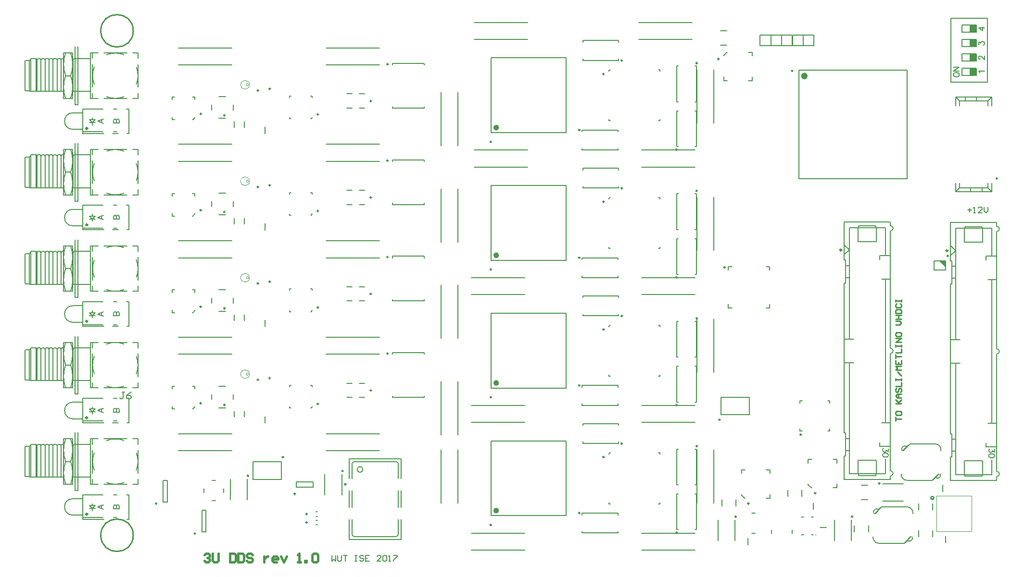
<source format=gto>
G04 Layer_Color=65535*
%FSLAX25Y25*%
%MOIN*%
G70*
G01*
G75*
%ADD33R,0.05000X0.05000*%
%ADD85C,0.00500*%
%ADD86C,0.01181*%
%ADD88C,0.00800*%
%ADD89C,0.01000*%
%ADD93C,0.00984*%
%ADD94C,0.00787*%
%ADD118C,0.01969*%
%ADD128C,0.00394*%
%ADD129C,0.02362*%
%ADD130C,0.00591*%
%ADD131C,0.01575*%
D33*
X607146Y373248D02*
D03*
Y363248D02*
D03*
X607146Y353248D02*
D03*
Y343248D02*
D03*
D85*
X548542Y81768D02*
Y79673D01*
X547019Y80816D01*
Y80244D01*
X546829Y79864D01*
X546638Y79673D01*
X546067Y79483D01*
X545686D01*
X545115Y79673D01*
X544734Y80054D01*
X544543Y80625D01*
Y81196D01*
X544734Y81768D01*
X544924Y81958D01*
X545305Y82149D01*
X548542Y77445D02*
X548352Y78016D01*
X547781Y78397D01*
X546829Y78588D01*
X546257D01*
X545305Y78397D01*
X544734Y78016D01*
X544543Y77445D01*
Y77064D01*
X544734Y76493D01*
X545305Y76112D01*
X546257Y75921D01*
X546829D01*
X547781Y76112D01*
X548352Y76493D01*
X548542Y77064D01*
Y77445D01*
X622177Y81332D02*
Y79237D01*
X620653Y80380D01*
Y79808D01*
X620463Y79427D01*
X620272Y79237D01*
X619701Y79047D01*
X619320D01*
X618749Y79237D01*
X618368Y79618D01*
X618178Y80189D01*
Y80761D01*
X618368Y81332D01*
X618558Y81522D01*
X618939Y81713D01*
X622177Y77009D02*
X621986Y77580D01*
X621415Y77961D01*
X620463Y78152D01*
X619891D01*
X618939Y77961D01*
X618368Y77580D01*
X618178Y77009D01*
Y76628D01*
X618368Y76057D01*
X618939Y75676D01*
X619891Y75485D01*
X620463D01*
X621415Y75676D01*
X621986Y76057D01*
X622177Y76628D01*
Y77009D01*
D86*
X-6445Y237118D02*
G03*
X-6445Y237118I-591J0D01*
G01*
Y304047D02*
G03*
X-6445Y304047I-591J0D01*
G01*
X516134Y219649D02*
G03*
X516134Y219649I-591J0D01*
G01*
X589768Y219213D02*
G03*
X589768Y219213I-591J0D01*
G01*
X-6445Y103260D02*
G03*
X-6445Y103260I-591J0D01*
G01*
Y36331D02*
G03*
X-6445Y36331I-591J0D01*
G01*
Y170189D02*
G03*
X-6445Y170189I-591J0D01*
G01*
D88*
X603543Y247353D02*
X606209D01*
X604876Y248686D02*
Y246020D01*
X607542Y245354D02*
X608875D01*
X608209D01*
Y249352D01*
X607542Y248686D01*
X613540Y245354D02*
X610874D01*
X613540Y248019D01*
Y248686D01*
X612874Y249352D01*
X611541D01*
X610874Y248686D01*
X614873Y249352D02*
Y246686D01*
X616206Y245354D01*
X617539Y246686D01*
Y249352D01*
X162843Y7652D02*
Y3653D01*
X164176Y4986D01*
X165509Y3653D01*
Y7652D01*
X166842D02*
Y4320D01*
X167508Y3653D01*
X168841D01*
X169508Y4320D01*
Y7652D01*
X170841D02*
X173506D01*
X172174D01*
Y3653D01*
X178838Y7652D02*
X180171D01*
X179505D01*
Y3653D01*
X178838D01*
X180171D01*
X184836Y6986D02*
X184170Y7652D01*
X182837D01*
X182170Y6986D01*
Y6319D01*
X182837Y5653D01*
X184170D01*
X184836Y4986D01*
Y4320D01*
X184170Y3653D01*
X182837D01*
X182170Y4320D01*
X188835Y7652D02*
X186169D01*
Y3653D01*
X188835D01*
X186169Y5653D02*
X187502D01*
X196832Y3653D02*
X194167D01*
X196832Y6319D01*
Y6986D01*
X196166Y7652D01*
X194833D01*
X194167Y6986D01*
X198165D02*
X198832Y7652D01*
X200165D01*
X200831Y6986D01*
Y4320D01*
X200165Y3653D01*
X198832D01*
X198165Y4320D01*
Y6986D01*
X202164Y3653D02*
X203497D01*
X202830D01*
Y7652D01*
X202164Y6986D01*
X205496Y7652D02*
X208162D01*
Y6986D01*
X205496Y4320D01*
Y3653D01*
D89*
X25250Y21700D02*
G03*
X25250Y21700I-11250J0D01*
G01*
Y371700D02*
G03*
X25250Y371700I-11250J0D01*
G01*
X580055Y47624D02*
G03*
X580055Y47624I-1000J0D01*
G01*
X553482Y100984D02*
Y103650D01*
Y102317D01*
X557480D01*
X553482Y106982D02*
Y105649D01*
X554148Y104983D01*
X556814D01*
X557480Y105649D01*
Y106982D01*
X556814Y107649D01*
X554148D01*
X553482Y106982D01*
Y112980D02*
X557480D01*
X556147D01*
X553482Y115646D01*
X555481Y113647D01*
X557480Y115646D01*
Y116979D02*
X554814D01*
X553482Y118312D01*
X554814Y119645D01*
X557480D01*
X555481D01*
Y116979D01*
X554148Y123644D02*
X553482Y122977D01*
Y121644D01*
X554148Y120978D01*
X554814D01*
X555481Y121644D01*
Y122977D01*
X556147Y123644D01*
X556814D01*
X557480Y122977D01*
Y121644D01*
X556814Y120978D01*
X553482Y124977D02*
X557480D01*
Y127642D01*
X553482Y128975D02*
Y130308D01*
Y129642D01*
X557480D01*
Y128975D01*
Y130308D01*
Y132308D02*
X554814Y134973D01*
X557480Y136306D02*
X553482D01*
X554814Y137639D01*
X553482Y138972D01*
X557480D01*
X553482Y142971D02*
Y140305D01*
X557480D01*
Y142971D01*
X555481Y140305D02*
Y141638D01*
X553482Y144304D02*
Y146969D01*
Y145636D01*
X557480D01*
X553482Y148302D02*
X557480D01*
Y150968D01*
X553482Y152301D02*
Y153634D01*
Y152968D01*
X557480D01*
Y152301D01*
Y153634D01*
Y155633D02*
X553482D01*
X557480Y158299D01*
X553482D01*
Y161631D02*
Y160299D01*
X554148Y159632D01*
X556814D01*
X557480Y160299D01*
Y161631D01*
X556814Y162298D01*
X554148D01*
X553482Y161631D01*
Y167629D02*
X556147D01*
X557480Y168962D01*
X556147Y170295D01*
X553482D01*
Y171628D02*
X557480D01*
X555481D01*
Y174294D01*
X553482D01*
X557480D01*
X553482Y175627D02*
X557480D01*
Y177626D01*
X556814Y178293D01*
X554148D01*
X553482Y177626D01*
Y175627D01*
X554148Y182291D02*
X553482Y181625D01*
Y180292D01*
X554148Y179625D01*
X556814D01*
X557480Y180292D01*
Y181625D01*
X556814Y182291D01*
X553482Y183624D02*
Y184957D01*
Y184291D01*
X557480D01*
Y183624D01*
Y184957D01*
D93*
X334822Y37119D02*
G03*
X334822Y37119I-492J0D01*
G01*
X334822Y125702D02*
G03*
X334822Y125702I-492J0D01*
G01*
X334822Y302867D02*
G03*
X334822Y302867I-492J0D01*
G01*
X273524Y294695D02*
G03*
X273524Y294695I-492J0D01*
G01*
X351634Y75994D02*
G03*
X351634Y75994I-492J0D01*
G01*
Y164577D02*
G03*
X351634Y164577I-492J0D01*
G01*
Y341742D02*
G03*
X351634Y341742I-492J0D01*
G01*
X435532Y207579D02*
G03*
X435532Y207579I-492J0D01*
G01*
X120276Y130709D02*
G03*
X120276Y130709I-492J0D01*
G01*
Y197638D02*
G03*
X120276Y197638I-492J0D01*
G01*
Y264567D02*
G03*
X120276Y264567I-492J0D01*
G01*
Y331496D02*
G03*
X120276Y331496I-492J0D01*
G01*
X416221Y83563D02*
G03*
X416221Y83563I-492J0D01*
G01*
Y172146D02*
G03*
X416221Y172146I-492J0D01*
G01*
Y349311D02*
G03*
X416221Y349311I-492J0D01*
G01*
Y260728D02*
G03*
X416221Y260728I-492J0D01*
G01*
X172736Y57087D02*
G03*
X172736Y57087I-492J0D01*
G01*
X273524Y28947D02*
G03*
X273524Y28947I-492J0D01*
G01*
Y117530D02*
G03*
X273524Y117530I-492J0D01*
G01*
Y206113D02*
G03*
X273524Y206113I-492J0D01*
G01*
X201909Y147784D02*
G03*
X201909Y147784I-492J0D01*
G01*
Y214713D02*
G03*
X201909Y214713I-492J0D01*
G01*
Y281642D02*
G03*
X201909Y281642I-492J0D01*
G01*
X88878Y112205D02*
G03*
X88878Y112205I-492J0D01*
G01*
Y179134D02*
G03*
X88878Y179134I-492J0D01*
G01*
Y246063D02*
G03*
X88878Y246063I-492J0D01*
G01*
X112106Y129528D02*
G03*
X112106Y129528I-492J0D01*
G01*
Y196457D02*
G03*
X112106Y196457I-492J0D01*
G01*
Y263386D02*
G03*
X112106Y263386I-492J0D01*
G01*
X153642Y112894D02*
G03*
X153642Y112894I-492J0D01*
G01*
Y179823D02*
G03*
X153642Y179823I-492J0D01*
G01*
Y246752D02*
G03*
X153642Y246752I-492J0D01*
G01*
X190354Y122244D02*
G03*
X190354Y122244I-492J0D01*
G01*
Y189173D02*
G03*
X190354Y189173I-492J0D01*
G01*
Y256102D02*
G03*
X190354Y256102I-492J0D01*
G01*
X542776Y57687D02*
G03*
X542776Y57687I-492J0D01*
G01*
X201909Y348571D02*
G03*
X201909Y348571I-492J0D01*
G01*
X88878Y312992D02*
G03*
X88878Y312992I-492J0D01*
G01*
X112106Y330315D02*
G03*
X112106Y330315I-492J0D01*
G01*
X153642Y313681D02*
G03*
X153642Y313681I-492J0D01*
G01*
X190354Y323031D02*
G03*
X190354Y323031I-492J0D01*
G01*
X41625Y43740D02*
G03*
X41625Y43740I-492J0D01*
G01*
X624169Y269350D02*
G03*
X624169Y269350I-492J0D01*
G01*
X364252Y351083D02*
G03*
X364252Y351083I-492J0D01*
G01*
Y262500D02*
G03*
X364252Y262500I-492J0D01*
G01*
Y173917D02*
G03*
X364252Y173917I-492J0D01*
G01*
Y85335D02*
G03*
X364252Y85335I-492J0D01*
G01*
X334822Y302867D02*
G03*
X334822Y302867I-492J0D01*
G01*
X334822Y214284D02*
G03*
X334822Y214284I-492J0D01*
G01*
Y125702D02*
G03*
X334822Y125702I-492J0D01*
G01*
X334822Y37119D02*
G03*
X334822Y37119I-492J0D01*
G01*
X402244Y289272D02*
G03*
X402244Y289272I-492J0D01*
G01*
Y200689D02*
G03*
X402244Y200689I-492J0D01*
G01*
Y112106D02*
G03*
X402244Y112106I-492J0D01*
G01*
X402244Y23524D02*
G03*
X402244Y23524I-492J0D01*
G01*
X452015Y43736D02*
G03*
X452015Y43736I-492J0D01*
G01*
X498275Y50953D02*
G03*
X498275Y50953I-492J0D01*
G01*
X432008Y101929D02*
G03*
X432008Y101929I-492J0D01*
G01*
X431201Y352165D02*
G03*
X431201Y352165I-492J0D01*
G01*
X137697Y50479D02*
G03*
X137697Y50479I-492J0D01*
G01*
X129449Y75929D02*
G03*
X129449Y75929I-492J0D01*
G01*
X72455Y314116D02*
G03*
X72455Y314116I-492J0D01*
G01*
Y247187D02*
G03*
X72455Y247187I-492J0D01*
G01*
Y180258D02*
G03*
X72455Y180258I-492J0D01*
G01*
Y113329D02*
G03*
X72455Y113329I-492J0D01*
G01*
X145787Y30532D02*
G03*
X145787Y30532I-492J0D01*
G01*
Y36438D02*
G03*
X145787Y36438I-492J0D01*
G01*
X488248Y91546D02*
G03*
X488248Y91546I-492J0D01*
G01*
X482382Y343898D02*
G03*
X482382Y343898I-492J0D01*
G01*
X68366Y22953D02*
G03*
X68366Y22953I-492J0D01*
G01*
X523917Y34646D02*
G03*
X523917Y34646I-492J0D01*
G01*
X170690Y66339D02*
G03*
X170690Y66339I-492J0D01*
G01*
X105217Y62992D02*
G03*
X105217Y62992I-492J0D01*
G01*
X443209Y34646D02*
G03*
X443209Y34646I-492J0D01*
G01*
X351634Y253160D02*
G03*
X351634Y253160I-492J0D01*
G01*
X590216Y215561D02*
G03*
X590216Y215561I-492J0D01*
G01*
D94*
X6833Y192117D02*
G03*
X18758Y192117I5962J14576D01*
G01*
X-18139Y206693D02*
G03*
X-18139Y222441I-21336J7874D01*
G01*
X-21625D02*
G03*
X-21625Y206693I21336J-7874D01*
G01*
D02*
G03*
X-21625Y190945I21336J-7874D01*
G01*
X-18139D02*
G03*
X-18139Y206693I-21336J7874D01*
G01*
X-1780Y212655D02*
G03*
X-1780Y200730I14576J-5962D01*
G01*
X18758Y221269D02*
G03*
X6833Y221269I-5962J-14576D01*
G01*
X27371Y200730D02*
G03*
X27371Y212655I-14576J5962D01*
G01*
X6833Y259046D02*
G03*
X18758Y259046I5962J14576D01*
G01*
X-18139Y273622D02*
G03*
X-18139Y289370I-21336J7874D01*
G01*
X-21625D02*
G03*
X-21625Y273622I21336J-7874D01*
G01*
D02*
G03*
X-21625Y257874I21336J-7874D01*
G01*
X-18139D02*
G03*
X-18139Y273622I-21336J7874D01*
G01*
X-1780Y279585D02*
G03*
X-1780Y267660I14576J-5962D01*
G01*
X18758Y288198D02*
G03*
X6833Y288198I-5962J-14576D01*
G01*
X27371Y267660D02*
G03*
X27371Y279585I-14576J5962D01*
G01*
X6833Y325975D02*
G03*
X18758Y325975I5962J14576D01*
G01*
X-18139Y340551D02*
G03*
X-18139Y356299I-21336J7874D01*
G01*
X-21625D02*
G03*
X-21625Y340551I21336J-7874D01*
G01*
D02*
G03*
X-21625Y324803I21336J-7874D01*
G01*
X-18139D02*
G03*
X-18139Y340551I-21336J7874D01*
G01*
X-1780Y346514D02*
G03*
X-1780Y334589I14576J-5962D01*
G01*
X18758Y355127D02*
G03*
X6833Y355127I-5962J-14576D01*
G01*
X27371Y334589D02*
G03*
X27371Y346514I-14576J5962D01*
G01*
X6833Y58259D02*
G03*
X18758Y58259I5962J14576D01*
G01*
X-18139Y72835D02*
G03*
X-18139Y88583I-21336J7874D01*
G01*
X-21625D02*
G03*
X-21625Y72835I21336J-7874D01*
G01*
D02*
G03*
X-21625Y57087I21336J-7874D01*
G01*
X-18139D02*
G03*
X-18139Y72835I-21336J7874D01*
G01*
X-1780Y78797D02*
G03*
X-1780Y66872I14576J-5962D01*
G01*
X18758Y87410D02*
G03*
X6833Y87410I-5962J-14576D01*
G01*
X27371Y66872D02*
G03*
X27371Y78797I-14576J5962D01*
G01*
Y133801D02*
G03*
X27371Y145726I-14576J5962D01*
G01*
X18758Y154340D02*
G03*
X6833Y154340I-5962J-14576D01*
G01*
X-1780Y145726D02*
G03*
X-1780Y133801I14576J-5962D01*
G01*
X-18139Y124016D02*
G03*
X-18139Y139764I-21336J7874D01*
G01*
X-21625D02*
G03*
X-21625Y124016I21336J-7874D01*
G01*
Y155512D02*
G03*
X-21625Y139764I21336J-7874D01*
G01*
X-18139D02*
G03*
X-18139Y155512I-21336J7874D01*
G01*
X6833Y125188D02*
G03*
X18758Y125188I5962J14576D01*
G01*
X184370Y67323D02*
G03*
X184370Y67323I-1969J0D01*
G01*
X208937Y71260D02*
G03*
X207362Y72835I-1575J0D01*
G01*
Y20866D02*
G03*
X208937Y22441I0J1575D01*
G01*
X176890D02*
G03*
X178465Y20866I1575J0D01*
G01*
Y72835D02*
G03*
X176890Y71260I0J-1575D01*
G01*
X-16634Y247835D02*
G03*
X-16634Y236417I0J-5709D01*
G01*
Y314764D02*
G03*
X-16634Y303346I0J-5709D01*
G01*
X557480Y63779D02*
G03*
X561417Y59842I3937J0D01*
G01*
X585039Y81102D02*
G03*
X581102Y85039I-3937J0D01*
G01*
X581227Y61683D02*
G03*
X584538Y64370I1385J1677D01*
G01*
X561293Y83199D02*
G03*
X557982Y80512I-1385J-1677D01*
G01*
X537953Y20089D02*
G03*
X541890Y16152I3937J0D01*
G01*
X565512Y37412D02*
G03*
X561575Y41349I-3937J0D01*
G01*
X561699Y17992D02*
G03*
X565010Y20680I1385J1677D01*
G01*
X541765Y39509D02*
G03*
X538454Y36821I-1385J-1677D01*
G01*
X550043Y62849D02*
G03*
X550043Y66448I0J1800D01*
G01*
Y147849D02*
G03*
X550043Y151449I0J1800D01*
G01*
Y232849D02*
G03*
X550043Y236449I0J1800D01*
G01*
X623677Y232413D02*
G03*
X623677Y236013I0J1800D01*
G01*
Y147413D02*
G03*
X623677Y151013I0J1800D01*
G01*
Y62413D02*
G03*
X623677Y66013I0J1800D01*
G01*
X498425Y22047D02*
G03*
X498425Y22047I-197J0D01*
G01*
X-16634Y113976D02*
G03*
X-16634Y102559I0J-5709D01*
G01*
Y47047D02*
G03*
X-16634Y35630I0J-5709D01*
G01*
Y180905D02*
G03*
X-16634Y169488I0J-5709D01*
G01*
X361200Y23241D02*
Y24422D01*
Y35839D02*
Y37020D01*
X336397Y35839D02*
Y37020D01*
Y23241D02*
Y24422D01*
Y23241D02*
X361200D01*
X336397Y37020D02*
X361200D01*
X361200Y111824D02*
Y113005D01*
Y124422D02*
Y125603D01*
X336397Y124422D02*
Y125603D01*
Y111824D02*
Y113005D01*
Y111824D02*
X361200D01*
X336397Y125603D02*
X361200D01*
X361200Y288989D02*
Y290170D01*
Y301587D02*
Y302768D01*
X336397Y301587D02*
Y302768D01*
Y288989D02*
Y290170D01*
Y288989D02*
X361200D01*
X336397Y302768D02*
X361200D01*
X-13189Y186614D02*
Y226772D01*
X-15157Y186614D02*
Y226772D01*
Y186614D02*
X-13189D01*
X-16732Y190945D02*
Y222441D01*
X-23031D02*
X-16732D01*
X-23031Y190945D02*
Y222441D01*
X-21625Y206693D02*
X-18139D01*
X-4528Y195866D02*
Y222441D01*
X-49803Y196595D02*
Y216791D01*
X-10827Y195866D02*
X-4528D01*
X-46654Y196163D02*
Y217223D01*
X-45895Y195866D02*
Y218701D01*
X-38647Y195866D02*
Y217815D01*
X-33092Y195866D02*
Y217815D01*
X-27536Y195866D02*
Y217815D01*
X-24759Y195866D02*
Y217815D01*
X-30314Y195866D02*
Y217815D01*
X-35870Y195866D02*
Y217815D01*
X-16425Y195866D02*
Y217815D01*
X-41425Y195866D02*
Y217815D01*
X-49803Y216791D02*
X-49409Y217185D01*
X-49803Y196595D02*
X-49409Y196201D01*
X-46654D01*
X-49409Y217185D02*
X-46654D01*
X-15036Y218701D02*
X-4921D01*
X-46654Y217223D02*
X-45895Y217943D01*
X-46654Y196163D02*
X-46341Y195866D01*
X-38647Y217815D02*
X-37857Y218701D01*
X-39438D02*
X-38647Y217815D01*
X-33092D02*
X-32302Y218701D01*
X-33882D02*
X-33092Y217815D01*
X-27536D02*
X-26746Y218701D01*
X-28327D02*
X-27536Y217815D01*
X-24759D02*
X-23968Y218701D01*
X-25549D02*
X-24759Y217815D01*
X-30314D02*
X-29524Y218701D01*
X-31105D02*
X-30314Y217815D01*
X-35870D02*
X-35079Y218701D01*
X-36660D02*
X-35870Y217815D01*
X-16425D02*
X-15635Y218701D01*
X-16732Y218159D02*
X-16425Y217815D01*
X-41425D02*
X-40635Y218701D01*
X-42216D02*
X-41425Y217815D01*
X-45895Y218701D02*
X-42216D01*
X-15635D02*
X-14438D01*
X-37857D02*
X-36660D01*
X-32302D02*
X-31105D01*
X-26746D02*
X-25549D01*
X-23968D02*
X-23031D01*
X-29524D02*
X-28327D01*
X-35079D02*
X-33882D01*
X-40635D02*
X-39438D01*
X-42216Y195866D02*
X-42216Y218701D01*
X-46341Y195866D02*
X-23031D01*
Y190945D02*
X-16732D01*
Y195866D02*
X-10827D01*
X24844Y190945D02*
X28543D01*
X-2953D02*
Y194644D01*
X-4528Y222441D02*
X746Y222441D01*
X28543Y218742D02*
Y222441D01*
X-4528Y190945D02*
Y195866D01*
X4844Y222441D02*
X20746Y222441D01*
X24844D02*
X28543D01*
Y190945D02*
Y194644D01*
Y198742D02*
Y214644D01*
X-4528Y190945D02*
X746D01*
X4844D02*
X20746D01*
X-2953Y198742D02*
Y214644D01*
Y218742D02*
Y222441D01*
X-13189Y253543D02*
Y293701D01*
X-15157Y253543D02*
Y293701D01*
Y253543D02*
X-13189D01*
X-16732Y257874D02*
Y289370D01*
X-23031D02*
X-16732D01*
X-23031Y257874D02*
Y289370D01*
X-21625Y273622D02*
X-18139D01*
X-4528Y262795D02*
Y289370D01*
X-49803Y263524D02*
Y283720D01*
X-10827Y262795D02*
X-4528D01*
X-46654Y263092D02*
Y284152D01*
X-45895Y262795D02*
Y285630D01*
X-38647Y262795D02*
Y284744D01*
X-33092Y262795D02*
Y284744D01*
X-27536Y262795D02*
Y284744D01*
X-24759Y262795D02*
Y284744D01*
X-30314Y262795D02*
Y284744D01*
X-35870Y262795D02*
Y284744D01*
X-16425Y262795D02*
Y284744D01*
X-41425Y262795D02*
Y284744D01*
X-49803Y283720D02*
X-49409Y284114D01*
X-49803Y263524D02*
X-49409Y263130D01*
X-46654D01*
X-49409Y284114D02*
X-46654D01*
X-15036Y285630D02*
X-4921D01*
X-46654Y284152D02*
X-45895Y284873D01*
X-46654Y263092D02*
X-46341Y262795D01*
X-38647Y284744D02*
X-37857Y285630D01*
X-39438D02*
X-38647Y284744D01*
X-33092D02*
X-32302Y285630D01*
X-33882D02*
X-33092Y284744D01*
X-27536D02*
X-26746Y285630D01*
X-28327D02*
X-27536Y284744D01*
X-24759D02*
X-23968Y285630D01*
X-25549D02*
X-24759Y284744D01*
X-30314D02*
X-29524Y285630D01*
X-31105D02*
X-30314Y284744D01*
X-35870D02*
X-35079Y285630D01*
X-36660D02*
X-35870Y284744D01*
X-16425D02*
X-15635Y285630D01*
X-16732Y285088D02*
X-16425Y284744D01*
X-41425D02*
X-40635Y285630D01*
X-42216D02*
X-41425Y284744D01*
X-45895Y285630D02*
X-42216D01*
X-15635D02*
X-14438D01*
X-37857D02*
X-36660D01*
X-32302D02*
X-31105D01*
X-26746D02*
X-25549D01*
X-23968D02*
X-23031D01*
X-29524D02*
X-28327D01*
X-35079D02*
X-33882D01*
X-40635D02*
X-39438D01*
X-42216Y262795D02*
X-42216Y285630D01*
X-46341Y262795D02*
X-23031D01*
Y257874D02*
X-16732D01*
Y262795D02*
X-10827D01*
X24844Y257874D02*
X28543D01*
X-2953D02*
Y261573D01*
X-4528Y289370D02*
X746Y289370D01*
X28543Y285671D02*
Y289370D01*
X-4528Y257874D02*
Y262795D01*
X4844Y289370D02*
X20746Y289370D01*
X24844D02*
X28543D01*
Y257874D02*
Y261573D01*
Y265671D02*
Y281573D01*
X-4528Y257874D02*
X746D01*
X4844D02*
X20746D01*
X-2953Y265671D02*
Y281573D01*
Y285671D02*
Y289370D01*
X-13189Y320472D02*
Y360630D01*
X-15157Y320472D02*
Y360630D01*
Y320472D02*
X-13189D01*
X-16732Y324803D02*
Y356299D01*
X-23031D02*
X-16732D01*
X-23031Y324803D02*
Y356299D01*
X-21625Y340551D02*
X-18139D01*
X-4528Y329724D02*
Y356299D01*
X-49803Y330453D02*
Y350650D01*
X-10827Y329724D02*
X-4528D01*
X-46654Y330021D02*
Y351081D01*
X-45895Y329724D02*
Y352559D01*
X-38647Y329724D02*
Y351673D01*
X-33092Y329724D02*
Y351673D01*
X-27536Y329724D02*
Y351673D01*
X-24759Y329724D02*
Y351673D01*
X-30314Y329724D02*
Y351673D01*
X-35870Y329724D02*
Y351673D01*
X-16425Y329724D02*
Y351673D01*
X-41425Y329724D02*
Y351673D01*
X-49803Y350650D02*
X-49409Y351043D01*
X-49803Y330453D02*
X-49409Y330059D01*
X-46654D01*
X-49409Y351043D02*
X-46654D01*
X-15036Y352559D02*
X-4921D01*
X-46654Y351081D02*
X-45895Y351802D01*
X-46654Y330021D02*
X-46341Y329724D01*
X-38647Y351673D02*
X-37857Y352559D01*
X-39438D02*
X-38647Y351673D01*
X-33092D02*
X-32302Y352559D01*
X-33882D02*
X-33092Y351673D01*
X-27536D02*
X-26746Y352559D01*
X-28327D02*
X-27536Y351673D01*
X-24759D02*
X-23968Y352559D01*
X-25549D02*
X-24759Y351673D01*
X-30314D02*
X-29524Y352559D01*
X-31105D02*
X-30314Y351673D01*
X-35870D02*
X-35079Y352559D01*
X-36660D02*
X-35870Y351673D01*
X-16425D02*
X-15635Y352559D01*
X-16732Y352017D02*
X-16425Y351673D01*
X-41425D02*
X-40635Y352559D01*
X-42216D02*
X-41425Y351673D01*
X-45895Y352559D02*
X-42216D01*
X-15635D02*
X-14438D01*
X-37857D02*
X-36660D01*
X-32302D02*
X-31105D01*
X-26746D02*
X-25549D01*
X-23968D02*
X-23031D01*
X-29524D02*
X-28327D01*
X-35079D02*
X-33882D01*
X-40635D02*
X-39438D01*
X-42216Y329724D02*
X-42216Y352559D01*
X-46341Y329724D02*
X-23031D01*
Y324803D02*
X-16732D01*
Y329724D02*
X-10827D01*
X24844Y324803D02*
X28543D01*
X-2953D02*
Y328502D01*
X-4528Y356299D02*
X746Y356299D01*
X28543Y352600D02*
Y356299D01*
X-4528Y324803D02*
Y329724D01*
X4844Y356299D02*
X20746Y356299D01*
X24844D02*
X28543D01*
Y324803D02*
Y328502D01*
Y332600D02*
Y348502D01*
X-4528Y324803D02*
X746D01*
X4844D02*
X20746D01*
X-2953Y332600D02*
Y348502D01*
Y352600D02*
Y356299D01*
X-13189Y52756D02*
Y92913D01*
X-15157Y52756D02*
Y92913D01*
Y52756D02*
X-13189D01*
X-16732Y57087D02*
Y88583D01*
X-23031D02*
X-16732D01*
X-23031Y57087D02*
Y88583D01*
X-21625Y72835D02*
X-18139D01*
X-4528Y62008D02*
Y88583D01*
X-49803Y62736D02*
Y82933D01*
X-10827Y62008D02*
X-4528D01*
X-46654Y62304D02*
Y83365D01*
X-45895Y62008D02*
Y84842D01*
X-38647Y62008D02*
Y83957D01*
X-33092Y62008D02*
Y83957D01*
X-27536Y62008D02*
Y83957D01*
X-24759Y62008D02*
Y83957D01*
X-30314Y62008D02*
Y83957D01*
X-35870Y62008D02*
Y83957D01*
X-16425Y62008D02*
Y83957D01*
X-41425Y62008D02*
Y83957D01*
X-49803Y82933D02*
X-49409Y83327D01*
X-49803Y62736D02*
X-49409Y62343D01*
X-46654D01*
X-49409Y83327D02*
X-46654D01*
X-15036Y84842D02*
X-4921D01*
X-46654Y83365D02*
X-45895Y84085D01*
X-46654Y62304D02*
X-46341Y62008D01*
X-38647Y83957D02*
X-37857Y84842D01*
X-39438D02*
X-38647Y83957D01*
X-33092D02*
X-32302Y84842D01*
X-33882D02*
X-33092Y83957D01*
X-27536D02*
X-26746Y84842D01*
X-28327D02*
X-27536Y83957D01*
X-24759D02*
X-23968Y84842D01*
X-25549D02*
X-24759Y83957D01*
X-30314D02*
X-29524Y84842D01*
X-31105D02*
X-30314Y83957D01*
X-35870D02*
X-35079Y84842D01*
X-36660D02*
X-35870Y83957D01*
X-16425D02*
X-15635Y84842D01*
X-16732Y84301D02*
X-16425Y83957D01*
X-41425D02*
X-40635Y84842D01*
X-42216D02*
X-41425Y83957D01*
X-45895Y84842D02*
X-42216D01*
X-15635D02*
X-14438D01*
X-37857D02*
X-36660D01*
X-32302D02*
X-31105D01*
X-26746D02*
X-25549D01*
X-23968D02*
X-23031D01*
X-29524D02*
X-28327D01*
X-35079D02*
X-33882D01*
X-40635D02*
X-39438D01*
X-42216Y62008D02*
X-42216Y84842D01*
X-46341Y62008D02*
X-23031D01*
Y57087D02*
X-16732D01*
Y62008D02*
X-10827D01*
X24844Y57087D02*
X28543D01*
X-2953D02*
Y60786D01*
X-4528Y88583D02*
X746Y88583D01*
X28543Y84884D02*
Y88583D01*
X-4528Y57087D02*
Y62008D01*
X4844Y88583D02*
X20746Y88583D01*
X24844D02*
X28543D01*
Y57087D02*
Y60786D01*
Y64884D02*
Y80786D01*
X-4528Y57087D02*
X746D01*
X4844D02*
X20746D01*
X-2953Y64884D02*
Y80786D01*
Y84884D02*
Y88583D01*
Y151813D02*
Y155512D01*
Y131813D02*
Y147715D01*
X4844Y124016D02*
X20746D01*
X-4528D02*
X746D01*
X28543Y131813D02*
Y147715D01*
Y124016D02*
Y127715D01*
X24844Y155512D02*
X28543D01*
X4844Y155512D02*
X20746Y155512D01*
X-4528Y124016D02*
Y128937D01*
X28543Y151813D02*
Y155512D01*
X-4528Y155512D02*
X746Y155512D01*
X-2953Y124016D02*
Y127715D01*
X24844Y124016D02*
X28543D01*
X-16732Y128937D02*
X-10827D01*
X-23031Y124016D02*
X-16732D01*
X-46341Y128937D02*
X-23031D01*
X-42216D02*
X-42216Y151772D01*
X-40635D02*
X-39438D01*
X-35079D02*
X-33882D01*
X-29524D02*
X-28327D01*
X-23968D02*
X-23031D01*
X-26746D02*
X-25549D01*
X-32302D02*
X-31105D01*
X-37857D02*
X-36660D01*
X-15635D02*
X-14438D01*
X-45895D02*
X-42216D01*
X-41425Y150886D01*
X-40635Y151772D01*
X-16732Y151230D02*
X-16425Y150886D01*
X-15635Y151772D01*
X-36660D02*
X-35870Y150886D01*
X-35079Y151772D01*
X-31105D02*
X-30314Y150886D01*
X-29524Y151772D01*
X-25549D02*
X-24759Y150886D01*
X-23968Y151772D01*
X-28327D02*
X-27536Y150886D01*
X-26746Y151772D01*
X-33882D02*
X-33092Y150886D01*
X-32302Y151772D01*
X-39438D02*
X-38647Y150886D01*
X-37857Y151772D01*
X-46654Y129234D02*
X-46341Y128937D01*
X-46654Y150294D02*
X-45895Y151014D01*
X-15036Y151772D02*
X-4921D01*
X-49409Y150256D02*
X-46654D01*
X-49409Y129272D02*
X-46654D01*
X-49803Y129665D02*
X-49409Y129272D01*
X-49803Y149862D02*
X-49409Y150256D01*
X-41425Y128937D02*
Y150886D01*
X-16425Y128937D02*
Y150886D01*
X-35870Y128937D02*
Y150886D01*
X-30314Y128937D02*
Y150886D01*
X-24759Y128937D02*
Y150886D01*
X-27536Y128937D02*
Y150886D01*
X-33092Y128937D02*
Y150886D01*
X-38647Y128937D02*
Y150886D01*
X-45895Y128937D02*
Y151772D01*
X-46654Y129234D02*
Y150294D01*
X-10827Y128937D02*
X-4528D01*
X-49803Y129665D02*
Y149862D01*
X-4528Y128937D02*
Y155512D01*
X-21625Y139764D02*
X-18139D01*
X-23031Y124016D02*
Y155512D01*
X-16732D01*
Y124016D02*
Y155512D01*
X-15157Y119685D02*
X-13189D01*
X-15157D02*
Y159843D01*
X-13189Y119685D02*
Y159843D01*
X325197Y300994D02*
Y352963D01*
X273228D02*
X325197D01*
X273228Y300994D02*
Y352963D01*
Y300994D02*
X325197D01*
X354882Y77963D02*
Y78160D01*
X355669Y78947D01*
X355866D01*
X390315Y77963D02*
Y78947D01*
X389331D02*
X390315D01*
X354882Y43514D02*
Y44498D01*
Y43514D02*
X355866D01*
X390315D02*
Y44498D01*
X389331Y43514D02*
X390315D01*
X354882Y166546D02*
Y166743D01*
X355669Y167530D01*
X355866D01*
X390315Y166546D02*
Y167530D01*
X389331D02*
X390315D01*
X354882Y132097D02*
Y133081D01*
Y132097D02*
X355866D01*
X390315D02*
Y133081D01*
X389331Y132097D02*
X390315D01*
X354882Y343711D02*
Y343908D01*
X355669Y344695D01*
X355866D01*
X390315Y343711D02*
Y344695D01*
X389331D02*
X390315D01*
X354882Y309262D02*
Y310246D01*
Y309262D02*
X355866D01*
X390315D02*
Y310246D01*
X389331Y309262D02*
X390315D01*
X437598Y205610D02*
Y208169D01*
X440158D01*
X463779D02*
X466339D01*
Y205610D02*
Y208169D01*
Y179429D02*
Y181988D01*
X463779Y179429D02*
X466339D01*
X437598D02*
Y181988D01*
Y179429D02*
X440158D01*
X459705Y361280D02*
Y368642D01*
Y361280D02*
X467067D01*
Y368642D01*
X459705D02*
X467067D01*
X467185Y361280D02*
Y368642D01*
Y361280D02*
X474547D01*
Y368642D01*
X467185D02*
X474547D01*
X474665Y361280D02*
Y368642D01*
Y361280D02*
X482028D01*
Y368642D01*
X474665D02*
X482028D01*
X482146Y361280D02*
Y368642D01*
Y361280D02*
X489508D01*
Y368642D01*
X482146D02*
X489508D01*
X489626Y361280D02*
Y368642D01*
Y361280D02*
X496988D01*
Y368642D01*
X489626D02*
X496988D01*
X415748Y219291D02*
Y256299D01*
X427559Y219291D02*
Y256299D01*
X415748Y134646D02*
Y171654D01*
X427559Y134646D02*
Y171654D01*
X415748Y44095D02*
Y81103D01*
X427559Y44095D02*
Y81103D01*
X401850Y56693D02*
X403031D01*
X414449D02*
X415630D01*
X414449Y81496D02*
X415630D01*
X401850D02*
X403031D01*
X401850Y56693D02*
Y81496D01*
X415630Y56693D02*
Y81496D01*
X401850Y145276D02*
X403031D01*
X414449D02*
X415630D01*
X414449Y170079D02*
X415630D01*
X401850D02*
X403031D01*
X401850Y145276D02*
Y170079D01*
X415630Y145276D02*
Y170079D01*
X401850Y322441D02*
X403031D01*
X414449D02*
X415630D01*
X414449Y347244D02*
X415630D01*
X401850D02*
X403031D01*
X401850Y322441D02*
Y347244D01*
X415630Y322441D02*
Y347244D01*
X401850Y233858D02*
X403031D01*
X414449D02*
X415630D01*
X414449Y258661D02*
X415630D01*
X401850D02*
X403031D01*
X401850Y233858D02*
Y258661D01*
X415630Y233858D02*
Y258661D01*
X176890Y22441D02*
Y32776D01*
X208937Y40925D02*
Y52776D01*
Y60925D02*
Y71260D01*
X176890Y40925D02*
Y52776D01*
X178465Y72835D02*
X207362D01*
X208937Y22441D02*
Y32776D01*
X178465Y20866D02*
X207362D01*
X176890Y60925D02*
Y71260D01*
X210906Y40925D02*
Y52776D01*
Y60925D02*
Y74803D01*
X174921D02*
X210906D01*
X174921Y60925D02*
Y74803D01*
Y40925D02*
Y52776D01*
Y18898D02*
Y32776D01*
Y18898D02*
X210906D01*
Y32776D01*
X-5205Y241126D02*
X-1205D01*
X-3205D02*
X-1205Y243126D01*
X-5205D02*
X-3205Y241126D01*
X-5205Y243126D02*
X-1205D01*
X-3205D02*
Y244626D01*
Y239626D02*
Y241126D01*
X-16634Y236417D02*
X-9705D01*
X-16634Y247835D02*
X-9705D01*
Y234803D02*
X4134D01*
X-9705Y233622D02*
Y250630D01*
X4134D01*
X11614D02*
X13976D01*
X20669D02*
X22295D01*
X-9705Y233622D02*
X4921D01*
X11614Y234803D02*
X13976D01*
X10827Y233622D02*
X14764D01*
X22296Y233622D02*
Y250630D01*
X21063Y233622D02*
X22295D01*
X-5205Y308055D02*
X-1205D01*
X-3205D02*
X-1205Y310055D01*
X-5205D02*
X-3205Y308055D01*
X-5205Y310055D02*
X-1205D01*
X-3205D02*
Y311555D01*
Y306555D02*
Y308055D01*
X-16634Y303346D02*
X-9705D01*
X-16634Y314764D02*
X-9705D01*
Y301732D02*
X4134D01*
X-9705Y300551D02*
Y317559D01*
X4134D01*
X11614D02*
X13976D01*
X20669D02*
X22295D01*
X-9705Y300551D02*
X4921D01*
X11614Y301732D02*
X13976D01*
X10827Y300551D02*
X14764D01*
X22296Y300551D02*
Y317559D01*
X21063Y300551D02*
X22295D01*
X325197Y35247D02*
Y87215D01*
X273228D02*
X325197D01*
X273228Y35247D02*
Y87215D01*
Y35247D02*
X325197D01*
Y123829D02*
Y175798D01*
X273228D02*
X325197D01*
X273228Y123829D02*
Y175798D01*
Y123829D02*
X325197D01*
Y212412D02*
Y264380D01*
X273228D02*
X325197D01*
X273228Y212412D02*
Y264380D01*
Y212412D02*
X325197D01*
X204803Y117331D02*
X226772D01*
X204803Y148315D02*
X226772D01*
Y147252D02*
Y148315D01*
X204803Y147252D02*
Y148315D01*
X226772Y117331D02*
Y118394D01*
X204803Y117331D02*
Y118394D01*
Y184260D02*
X226772D01*
X204803Y215244D02*
X226772D01*
Y214181D02*
Y215244D01*
X204803Y214181D02*
Y215244D01*
X226772Y184260D02*
Y185323D01*
X204803Y184260D02*
Y185323D01*
Y251189D02*
X226772D01*
X204803Y282173D02*
X226772D01*
Y281110D02*
Y282173D01*
X204803Y281110D02*
Y282173D01*
X226772Y251189D02*
Y252252D01*
X204803Y251189D02*
Y252252D01*
X453937Y37205D02*
X456299D01*
X453937Y23031D02*
X456299D01*
X481890D02*
Y25394D01*
X467717Y23031D02*
Y25394D01*
X557480Y63779D02*
Y64370D01*
X561417Y59842D02*
X578937D01*
X585039Y80512D02*
Y81102D01*
X563583Y85039D02*
X581102D01*
X578937Y59842D02*
X583465Y64370D01*
X559055Y80512D02*
X563583Y85039D01*
X580027Y60539D02*
X583858Y64370D01*
X579633Y60539D02*
X580027D01*
X581199Y61711D02*
X581227Y61683D01*
X558661Y80512D02*
X562493Y84343D01*
X562887D01*
X561293Y83199D02*
X561321Y83171D01*
X537953Y20089D02*
Y20680D01*
X541890Y16152D02*
X559410D01*
X565512Y36821D02*
Y37412D01*
X544055Y41349D02*
X561575D01*
X559410Y16152D02*
X563937Y20680D01*
X539528Y36821D02*
X544055Y41349D01*
X560499Y16848D02*
X564331Y20680D01*
X560105Y16848D02*
X560499D01*
X561671Y18020D02*
X561699Y17992D01*
X539134Y36821D02*
X542965Y40653D01*
X543359D01*
X541766Y39509D02*
X541793Y39481D01*
X84685Y110216D02*
X89331D01*
X79508Y115902D02*
Y119524D01*
X84685Y125216D02*
X89331D01*
X94508Y115902D02*
Y119524D01*
X84685Y177146D02*
X89331D01*
X79508Y182831D02*
Y186453D01*
X84685Y192146D02*
X89331D01*
X94508Y182831D02*
Y186453D01*
X84685Y244075D02*
X89331D01*
X79508Y249760D02*
Y253382D01*
X84685Y259075D02*
X89331D01*
X94508Y249760D02*
Y253382D01*
X518043Y60249D02*
X550043D01*
X518043D02*
Y76648D01*
X518943D01*
X518043Y92649D02*
X518943D01*
X518043D02*
Y196649D01*
Y212649D02*
Y239049D01*
X550043D01*
Y236449D02*
Y239049D01*
Y151449D02*
Y232849D01*
Y66448D02*
Y147849D01*
Y60249D02*
Y62849D01*
X542543Y215899D02*
X550043D01*
X542543Y213108D02*
Y215899D01*
X543958Y199399D02*
X550043D01*
X546443Y215899D02*
Y235049D01*
X521443D02*
X546443D01*
X521443Y157899D02*
Y235049D01*
X518043Y157899D02*
X524443D01*
X518043Y141399D02*
X524443D01*
X518943Y196649D02*
Y212649D01*
X527731Y225549D02*
X540355D01*
X521443Y64249D02*
Y141399D01*
Y64249D02*
X546443D01*
Y74649D01*
X542543Y83399D02*
X550043D01*
X542543D02*
Y86189D01*
X543958Y99899D02*
X550043D01*
X546443D02*
Y199399D01*
X518943Y76648D02*
Y92649D01*
X527731Y73748D02*
X540355D01*
X528043Y63048D02*
X540043D01*
X528043D02*
Y64249D01*
X540043Y63048D02*
Y64249D01*
X540355D02*
Y73748D01*
X527731Y64249D02*
Y73748D01*
X518043Y196649D02*
X518943D01*
Y200549D02*
X521443D01*
X518043Y212649D02*
X518943D01*
Y208749D02*
X521443D01*
X540043Y235049D02*
Y236249D01*
X528043D02*
X540043D01*
X528043Y235049D02*
Y236249D01*
X540355Y225549D02*
Y235049D01*
X527731Y225549D02*
Y235049D01*
X518943Y88749D02*
X521443D01*
X518943Y80549D02*
X521443D01*
X518043Y223049D02*
X521443Y219649D01*
X518043Y216249D02*
X521443Y219649D01*
X133465Y125689D02*
X134449D01*
X133465Y124705D02*
Y125689D01*
X148228D02*
X149213D01*
Y124705D02*
Y125689D01*
X133465Y109941D02*
X134449D01*
X133465D02*
Y110925D01*
X148228Y109941D02*
X148425D01*
X149213Y110728D01*
Y110925D01*
X133465Y192618D02*
X134449D01*
X133465Y191634D02*
Y192618D01*
X148228D02*
X149213D01*
Y191634D02*
Y192618D01*
X133465Y176870D02*
X134449D01*
X133465D02*
Y177854D01*
X148228Y176870D02*
X148425D01*
X149213Y177657D01*
Y177854D01*
X133465Y259547D02*
X134449D01*
X133465Y258563D02*
Y259547D01*
X148228D02*
X149213D01*
Y258563D02*
Y259547D01*
X133465Y243799D02*
X134449D01*
X133465D02*
Y244783D01*
X148228Y243799D02*
X148425D01*
X149213Y244587D01*
Y244783D01*
X173130Y127165D02*
X176850D01*
X182008D02*
X185728D01*
X173130Y117323D02*
X176850D01*
X182008D02*
X185728D01*
X173130Y194095D02*
X176850D01*
X182008D02*
X185728D01*
X173130Y184252D02*
X176850D01*
X182008D02*
X185728D01*
X173130Y261024D02*
X176850D01*
X182008D02*
X185728D01*
X173130Y251181D02*
X176850D01*
X182008D02*
X185728D01*
X443026Y42167D02*
Y46498D01*
X433184Y42167D02*
Y46498D01*
X544449Y45483D02*
X559016D01*
X544449Y57294D02*
X559016D01*
X534842Y24016D02*
Y28346D01*
X525000Y24016D02*
Y28346D01*
X569449Y20680D02*
Y25010D01*
X579291Y20680D02*
Y25010D01*
X588150Y16644D02*
Y21172D01*
X586181Y52077D02*
Y56605D01*
X116535Y99705D02*
Y104232D01*
Y166634D02*
Y171161D01*
Y233563D02*
Y238090D01*
Y300492D02*
Y305020D01*
X250394Y158267D02*
Y195275D01*
X238583Y158267D02*
Y195275D01*
X159055Y214173D02*
X196063D01*
X159055Y225984D02*
X196063D01*
X56693Y214173D02*
X93701D01*
X56693Y225984D02*
X93701D01*
X56693Y348031D02*
X93701D01*
X56693Y359842D02*
X93701D01*
X159055Y281102D02*
X196063D01*
X159055Y292913D02*
X196063D01*
X56693Y281102D02*
X93701D01*
X56693Y292913D02*
X93701D01*
X259449Y11417D02*
X296457D01*
X259449Y23228D02*
X296457D01*
X56693Y80315D02*
X93701D01*
X56693Y92126D02*
X93701D01*
X250394Y91338D02*
Y128346D01*
X238583Y91338D02*
Y128346D01*
X159055Y147244D02*
X196063D01*
X159055Y159055D02*
X196063D01*
X56693Y147244D02*
X93701D01*
X56693Y159055D02*
X93701D01*
X261417Y277165D02*
X298425D01*
X261417Y288976D02*
X298425D01*
X259449Y100000D02*
X296457D01*
X259449Y111811D02*
X296457D01*
X377559Y188583D02*
X414567D01*
X377559Y200394D02*
X414567D01*
X377559Y277165D02*
X414567D01*
X377559Y288976D02*
X414567D01*
X259449Y188583D02*
X296457D01*
X259449Y200394D02*
X296457D01*
X250394Y225197D02*
Y262205D01*
X238583Y225197D02*
Y262205D01*
X377559Y11417D02*
X414567D01*
X377559Y23228D02*
X414567D01*
X159055Y80315D02*
X196063D01*
X159055Y92126D02*
X196063D01*
X159055Y348031D02*
X196063D01*
X159055Y359842D02*
X196063D01*
X375590Y365748D02*
X412598D01*
X375590Y377559D02*
X412598D01*
X250394Y292126D02*
Y329134D01*
X238583Y292126D02*
Y329134D01*
X377559Y100000D02*
X414567D01*
X377559Y111811D02*
X414567D01*
X261417Y365748D02*
X298425D01*
X261417Y377559D02*
X298425D01*
X250394Y44094D02*
Y81102D01*
X238583Y44094D02*
Y81102D01*
X427559Y307874D02*
Y344882D01*
X415748Y307874D02*
Y344882D01*
X204803Y318118D02*
X226772D01*
X204803Y349102D02*
X226772D01*
Y348039D02*
Y349102D01*
X204803Y348039D02*
Y349102D01*
X226772Y318118D02*
Y319181D01*
X204803Y318118D02*
Y319181D01*
X84685Y311004D02*
X89331D01*
X79508Y320311D02*
X79508Y316689D01*
X84685Y326004D02*
X89331D01*
X94508Y316689D02*
X94508Y320311D01*
X149213Y311516D02*
Y311713D01*
X148425Y310728D02*
X149213Y311516D01*
X148228Y310728D02*
X148425D01*
X133465D02*
Y311713D01*
Y310728D02*
X134449D01*
X149213Y325492D02*
Y326476D01*
X148228D02*
X149213D01*
X133465Y325492D02*
Y326476D01*
X134449D01*
X173130Y327953D02*
X176850D01*
X182008D02*
X185728D01*
X173130Y318110D02*
X176850D01*
X182008D02*
X185728D01*
X48869Y44803D02*
Y59803D01*
X45995Y44803D02*
Y59803D01*
X48869D01*
X45995Y44803D02*
X48869D01*
X79787Y45810D02*
X82213D01*
X74110Y51487D02*
Y53913D01*
X79787Y59590D02*
X82213D01*
X87890Y51487D02*
Y53913D01*
X617520Y323130D02*
X620079Y325689D01*
X595276D02*
X597835Y323130D01*
X595276Y260138D02*
X620079D01*
X595276Y325689D02*
X620079D01*
Y260138D02*
Y266142D01*
X613583Y260138D02*
Y262697D01*
X617520D02*
Y266142D01*
Y262697D02*
X620079Y260138D01*
X605709D02*
Y262697D01*
X595276Y260138D02*
Y266142D01*
X597835Y262697D02*
Y266142D01*
X595276Y260138D02*
X597835Y262697D01*
X620079Y319685D02*
Y325689D01*
X609646Y323130D02*
Y325689D01*
X617520Y319685D02*
Y323130D01*
X620079Y325689D01*
X601772Y323130D02*
Y325689D01*
X595276Y319685D02*
Y325689D01*
X597835Y319685D02*
Y323130D01*
X595276Y325689D02*
X597835Y323130D01*
Y262697D02*
X617520D01*
X597835Y323130D02*
X617520D01*
X336890Y363779D02*
Y364961D01*
Y351181D02*
Y352362D01*
X361693Y351181D02*
Y352362D01*
Y363779D02*
Y364961D01*
X336890D02*
X361693D01*
X336890Y351181D02*
X361693D01*
X336890Y275197D02*
Y276378D01*
Y262598D02*
Y263779D01*
X361693Y262598D02*
Y263779D01*
Y275197D02*
Y276378D01*
X336890D02*
X361693D01*
X336890Y262598D02*
X361693D01*
X336890Y186614D02*
Y187795D01*
Y174016D02*
Y175197D01*
X361693Y174016D02*
Y175197D01*
Y186614D02*
Y187795D01*
X336890D02*
X361693D01*
X336890Y174016D02*
X361693D01*
X336890Y98032D02*
Y99213D01*
Y85433D02*
Y86614D01*
X361693Y85433D02*
Y86614D01*
Y98032D02*
Y99213D01*
X336890D02*
X361693D01*
X336890Y85433D02*
X361693D01*
X361200Y288989D02*
Y290170D01*
Y301587D02*
Y302768D01*
X336397Y301587D02*
Y302768D01*
Y288989D02*
Y290170D01*
Y288989D02*
X361200D01*
X336397Y302768D02*
X361200D01*
X361200Y200406D02*
Y201587D01*
Y213005D02*
Y214186D01*
X336397Y213005D02*
Y214186D01*
Y200406D02*
Y201587D01*
Y200406D02*
X361200D01*
X336397Y214186D02*
X361200D01*
Y111824D02*
Y113005D01*
Y124422D02*
Y125603D01*
X336397Y124422D02*
Y125603D01*
Y111824D02*
Y113005D01*
Y111824D02*
X361200D01*
X336397Y125603D02*
X361200D01*
X361200Y23241D02*
Y24422D01*
Y35839D02*
Y37020D01*
X336397Y35839D02*
Y37020D01*
Y23241D02*
Y24422D01*
Y23241D02*
X361200D01*
X336397Y37020D02*
X361200D01*
X414449Y316142D02*
X415630D01*
X401850D02*
X403031D01*
X401850Y291339D02*
X403031D01*
X414449D02*
X415630D01*
Y316142D01*
X401850Y291339D02*
Y316142D01*
X414449Y227559D02*
X415630D01*
X401850D02*
X403031D01*
X401850Y202756D02*
X403031D01*
X414449D02*
X415630D01*
Y227559D01*
X401850Y202756D02*
Y227559D01*
X414449Y138976D02*
X415630D01*
X401850D02*
X403031D01*
X401850Y114173D02*
X403031D01*
X414449D02*
X415630D01*
Y138976D01*
X401850Y114173D02*
Y138976D01*
X414449Y50394D02*
X415630D01*
X401850D02*
X403031D01*
X401850Y25591D02*
X403031D01*
X414449D02*
X415630D01*
Y50394D01*
X401850Y25591D02*
Y50394D01*
X591677Y215813D02*
X595077Y219213D01*
X591677Y222613D02*
X595077Y219213D01*
X592577Y80113D02*
X595077D01*
X592577Y88313D02*
X595077D01*
X601366Y225113D02*
Y234613D01*
X613989Y225113D02*
Y234613D01*
X601677D02*
Y235813D01*
X613677D01*
Y234613D02*
Y235813D01*
X592577Y208313D02*
X595077D01*
X591677Y212213D02*
X592577D01*
Y200113D02*
X595077D01*
X591677Y196213D02*
X592577D01*
X601366Y63813D02*
Y73313D01*
X613989Y63813D02*
Y73313D01*
X613677Y62613D02*
Y63813D01*
X601677Y62613D02*
Y63813D01*
Y62613D02*
X613677D01*
X601366Y73313D02*
X613989D01*
X592577Y76213D02*
Y92213D01*
X620077Y99463D02*
Y198963D01*
X617592Y99463D02*
X623677D01*
X616177Y82963D02*
Y85753D01*
Y82963D02*
X623677D01*
X620077Y63813D02*
Y74213D01*
X595077Y63813D02*
X620077D01*
X595077D02*
Y140963D01*
X601366Y225113D02*
X613989D01*
X592577Y196213D02*
Y212213D01*
X591677Y140963D02*
X598078D01*
X591677Y157463D02*
X598078D01*
X595077D02*
Y234613D01*
X620077D01*
Y215463D02*
Y234613D01*
X617592Y198963D02*
X623677D01*
X616177Y212672D02*
Y215463D01*
X623677D01*
Y59812D02*
Y62413D01*
Y66013D02*
Y147413D01*
Y151013D02*
Y232413D01*
Y236013D02*
Y238613D01*
X591677D02*
X623677D01*
X591677Y212213D02*
Y238613D01*
Y92213D02*
Y196213D01*
Y92213D02*
X592577D01*
X591677Y76213D02*
X592577D01*
X591677Y59812D02*
Y76213D01*
Y59812D02*
X623677D01*
X599646Y370748D02*
X609646D01*
Y375748D01*
X599646D02*
X609646D01*
X599646Y370748D02*
Y375748D01*
Y360748D02*
X609646D01*
X609646Y365748D02*
X609646Y360748D01*
X599646Y365748D02*
X609646D01*
X599646Y360748D02*
X599646Y365748D01*
X599646Y355748D02*
X599646Y350748D01*
X599646Y355748D02*
X609646D01*
X609646Y350748D02*
X609646Y355748D01*
X599646Y350748D02*
X609646D01*
X599646Y340748D02*
X609646D01*
Y345748D01*
X599646D02*
X609646D01*
X599646Y340748D02*
Y345748D01*
X617244Y336004D02*
Y380492D01*
X592047D02*
X617244D01*
X592047Y336004D02*
Y380492D01*
Y336004D02*
X617244D01*
X579291Y39380D02*
Y43711D01*
X569449Y39380D02*
Y43711D01*
X529882Y46467D02*
X534213D01*
X529882Y56309D02*
X534213D01*
X488583Y48622D02*
Y52953D01*
X478740Y48622D02*
Y52953D01*
X432283Y361811D02*
X436614D01*
X432283Y371654D02*
X436614D01*
X496457Y39665D02*
Y44193D01*
X501083Y27165D02*
X505610D01*
X451181Y15059D02*
Y19587D01*
X448846Y47476D02*
X449358D01*
X446798Y49524D02*
X448846Y47476D01*
X446798Y49524D02*
Y50035D01*
Y67161D02*
X449358D01*
X446798Y64602D02*
Y67161D01*
X463924Y47476D02*
X466483D01*
Y50035D01*
X463924Y67161D02*
X466483D01*
Y64602D02*
Y67161D01*
X495106Y54693D02*
X495617D01*
X493058Y56740D02*
X495106Y54693D01*
X493058Y56740D02*
Y57252D01*
Y74378D02*
X495617D01*
X493058Y71819D02*
Y74378D01*
X510184Y54693D02*
X512743D01*
Y57252D01*
X510184Y74378D02*
X512743D01*
Y71819D02*
Y74378D01*
X452205Y105276D02*
Y117480D01*
X432520Y105276D02*
Y117480D01*
X452205D01*
X432520Y105276D02*
X452205D01*
X434449Y354331D02*
Y354842D01*
X436496Y356890D01*
X437008D01*
X454134Y354331D02*
Y356890D01*
X451575D02*
X454134D01*
X434449Y337205D02*
Y339764D01*
Y337205D02*
X437008D01*
X454134D02*
Y339764D01*
X451575Y337205D02*
X454134D01*
X138386Y55105D02*
X149803D01*
X138386D02*
Y58845D01*
X149803D01*
Y55105D02*
Y58845D01*
X108268Y60378D02*
Y72583D01*
X127953Y60378D02*
Y72583D01*
X108268Y60378D02*
X127953D01*
X108268Y72583D02*
X127953D01*
X488386Y34252D02*
X489783D01*
X495256D02*
X496654D01*
X488386Y22047D02*
X489783D01*
X495256D02*
X496654D01*
X52278Y325829D02*
X54050D01*
X52278Y324057D02*
Y325829D01*
X66255D02*
X68026D01*
Y324057D02*
Y325829D01*
X52278Y310081D02*
X54050D01*
X52278D02*
Y311853D01*
X66255Y310081D02*
X66609D01*
X68026Y311498D01*
Y311853D01*
X52278Y258900D02*
X54050D01*
X52278Y257128D02*
Y258900D01*
X66255D02*
X68026D01*
Y257128D02*
Y258900D01*
X52278Y243152D02*
X54050D01*
X52278D02*
Y244923D01*
X66255Y243152D02*
X66609D01*
X68026Y244569D01*
Y244923D01*
X52278Y191971D02*
X54050D01*
X52278Y190199D02*
Y191971D01*
X66255D02*
X68026D01*
Y190199D02*
Y191971D01*
X52278Y176223D02*
X54050D01*
X52278D02*
Y177994D01*
X66255Y176223D02*
X66609D01*
X68026Y177640D01*
Y177994D01*
X52278Y125041D02*
X54050D01*
X52278Y123270D02*
Y125041D01*
X66255D02*
X68026D01*
Y123270D02*
Y125041D01*
X52278Y109293D02*
X54050D01*
X52278D02*
Y111065D01*
X66255Y109293D02*
X66609D01*
X68026Y110711D01*
Y111065D01*
X151988Y28958D02*
X152776D01*
X151988Y32107D02*
X152776D01*
X-5205Y107268D02*
X-1205D01*
X-3205D02*
X-1205Y109268D01*
X-5205D02*
X-3205Y107268D01*
X-5205Y109268D02*
X-1205D01*
X-3205D02*
Y110768D01*
Y105768D02*
Y107268D01*
X-16634Y102559D02*
X-9705D01*
X-16634Y113976D02*
X-9705D01*
Y100945D02*
X4134D01*
X-9705Y99764D02*
Y116772D01*
X4134D01*
X11614D02*
X13976D01*
X20669D02*
X22295D01*
X-9705Y99764D02*
X4921D01*
X11614Y100945D02*
X13976D01*
X10827Y99764D02*
X14764D01*
X22296Y99764D02*
Y116772D01*
X21063Y99764D02*
X22295D01*
X151988Y34863D02*
X152776D01*
X151988Y38013D02*
X152776D01*
X102362Y304724D02*
Y308661D01*
X95276Y304724D02*
Y308661D01*
X102362Y237795D02*
Y241732D01*
X95276Y237795D02*
Y241732D01*
X102362Y170866D02*
Y174803D01*
X95276Y170866D02*
Y174803D01*
X102362Y103937D02*
Y107874D01*
X95276Y103937D02*
Y107874D01*
X487165Y94105D02*
X488740D01*
X487165D02*
Y95679D01*
Y113396D02*
Y114971D01*
X488740D01*
X506457D02*
X508032D01*
Y113396D02*
Y114971D01*
X506457Y94105D02*
X508032D01*
Y95679D01*
X486417Y269094D02*
X561614D01*
X486417Y344291D02*
X561614D01*
Y269094D02*
Y344291D01*
X486417Y269094D02*
Y344291D01*
X75610Y24016D02*
Y39016D01*
X72736Y24016D02*
Y39016D01*
X75610D01*
X72736Y24016D02*
X75610D01*
X511221Y17913D02*
Y32480D01*
X523032Y17913D02*
Y32480D01*
X157993Y49606D02*
Y64173D01*
X169804Y49606D02*
Y64173D01*
X92520Y46260D02*
Y60827D01*
X104331Y46260D02*
Y60827D01*
X430512Y17913D02*
Y32480D01*
X442323Y17913D02*
Y32480D01*
X-5205Y40339D02*
X-1205D01*
X-3205D02*
X-1205Y42339D01*
X-5205D02*
X-3205Y40339D01*
X-5205Y42339D02*
X-1205D01*
X-3205D02*
Y43839D01*
Y38839D02*
Y40339D01*
X-16634Y35630D02*
X-9705D01*
X-16634Y47047D02*
X-9705D01*
Y34016D02*
X4134D01*
X-9705Y32835D02*
Y49843D01*
X4134D01*
X11614D02*
X13976D01*
X20669D02*
X22295D01*
X-9705Y32835D02*
X4921D01*
X11614Y34016D02*
X13976D01*
X10827Y32835D02*
X14764D01*
X22296Y32835D02*
Y49843D01*
X21063Y32835D02*
X22295D01*
X-5205Y174197D02*
X-1205D01*
X-3205D02*
X-1205Y176197D01*
X-5205D02*
X-3205Y174197D01*
X-5205Y176197D02*
X-1205D01*
X-3205D02*
Y177697D01*
Y172697D02*
Y174197D01*
X-16634Y169488D02*
X-9705D01*
X-16634Y180905D02*
X-9705D01*
Y167874D02*
X4134D01*
X-9705Y166693D02*
Y183701D01*
X4134D01*
X11614D02*
X13976D01*
X20669D02*
X22295D01*
X-9705Y166693D02*
X4921D01*
X11614Y167874D02*
X13976D01*
X10827Y166693D02*
X14764D01*
X22296Y166693D02*
Y183701D01*
X21063Y166693D02*
X22295D01*
X354882Y255128D02*
Y255325D01*
X355669Y256113D01*
X355866D01*
X390315Y255128D02*
Y256113D01*
X389331D02*
X390315D01*
X354882Y220679D02*
Y221664D01*
Y220679D02*
X355866D01*
X390315D02*
Y221664D01*
X389331Y220679D02*
X390315D01*
X584213Y212018D02*
X588150Y208081D01*
X585000Y212018D02*
X588150Y208869D01*
X585787Y212018D02*
X588150Y209656D01*
X586575Y212018D02*
X588150Y210443D01*
X587362Y212018D02*
X588150Y211231D01*
X580276Y212018D02*
X588150D01*
Y205719D02*
Y212018D01*
X580276Y205719D02*
X588150D01*
X580276D02*
Y212018D01*
X4528Y243625D02*
X591Y242126D01*
X4528Y240626D01*
X3215Y241188D02*
Y243063D01*
X11615Y240945D02*
X15551D01*
X11615D02*
Y242632D01*
X11802Y243194D01*
X11990Y243382D01*
X12365Y243569D01*
X12740D01*
X13115Y243382D01*
X13302Y243194D01*
X13489Y242632D01*
Y240945D02*
Y242632D01*
X13677Y243194D01*
X13864Y243382D01*
X14239Y243569D01*
X14801D01*
X15176Y243382D01*
X15364Y243194D01*
X15551Y242632D01*
Y240945D01*
X4528Y310554D02*
X591Y309055D01*
X4528Y307555D01*
X3215Y308117D02*
Y309992D01*
X11615Y307874D02*
X15551D01*
X11615D02*
Y309561D01*
X11802Y310123D01*
X11990Y310311D01*
X12365Y310498D01*
X12740D01*
X13115Y310311D01*
X13302Y310123D01*
X13489Y309561D01*
Y307874D02*
Y309561D01*
X13677Y310123D01*
X13864Y310311D01*
X14239Y310498D01*
X14801D01*
X15176Y310311D01*
X15364Y310123D01*
X15551Y309561D01*
Y307874D01*
X611209Y373622D02*
X613834Y371748D01*
Y374560D01*
X611209Y373622D02*
X615146D01*
X611209Y362123D02*
Y364185D01*
X612709Y363060D01*
Y363622D01*
X612896Y363997D01*
X613084Y364185D01*
X613646Y364372D01*
X614021D01*
X614583Y364185D01*
X614958Y363810D01*
X615146Y363247D01*
Y362685D01*
X614958Y362123D01*
X614771Y361935D01*
X614396Y361748D01*
X593710Y340873D02*
X593897Y340498D01*
X594272Y340123D01*
X594647Y339935D01*
X595209Y339748D01*
X596146D01*
X596708Y339935D01*
X597083Y340123D01*
X597458Y340498D01*
X597646Y340873D01*
Y341622D01*
X597458Y341997D01*
X597083Y342372D01*
X596708Y342560D01*
X596146Y342747D01*
X595209D01*
X594647Y342560D01*
X594272Y342372D01*
X593897Y341997D01*
X593710Y341622D01*
Y340873D01*
Y343666D02*
X597646D01*
X593710D02*
X597646Y346290D01*
X593710D02*
X597646D01*
X612147Y351936D02*
X611959D01*
X611584Y352123D01*
X611397Y352310D01*
X611209Y352685D01*
Y353435D01*
X611397Y353810D01*
X611584Y353997D01*
X611959Y354185D01*
X612334D01*
X612709Y353997D01*
X613271Y353622D01*
X615146Y351748D01*
Y354372D01*
X611959Y342748D02*
X611772Y343123D01*
X611209Y343685D01*
X615146D01*
X4528Y109767D02*
X591Y108267D01*
X4528Y106768D01*
X3215Y107330D02*
Y109204D01*
X11615Y107087D02*
X15551D01*
X11615D02*
Y108774D01*
X11802Y109336D01*
X11990Y109523D01*
X12365Y109711D01*
X12740D01*
X13115Y109523D01*
X13302Y109336D01*
X13489Y108774D01*
Y107087D02*
Y108774D01*
X13677Y109336D01*
X13864Y109523D01*
X14239Y109711D01*
X14801D01*
X15176Y109523D01*
X15364Y109336D01*
X15551Y108774D01*
Y107087D01*
X4528Y42838D02*
X591Y41338D01*
X4528Y39839D01*
X3215Y40401D02*
Y42275D01*
X11615Y40157D02*
X15551D01*
X11615D02*
Y41844D01*
X11802Y42407D01*
X11990Y42594D01*
X12365Y42782D01*
X12740D01*
X13115Y42594D01*
X13302Y42407D01*
X13489Y41844D01*
Y40157D02*
Y41844D01*
X13677Y42407D01*
X13864Y42594D01*
X14239Y42782D01*
X14801D01*
X15176Y42594D01*
X15364Y42407D01*
X15551Y41844D01*
Y40157D01*
X4528Y176696D02*
X591Y175196D01*
X4528Y173697D01*
X3215Y174259D02*
Y176134D01*
X11615Y174016D02*
X15551D01*
X11615D02*
Y175703D01*
X11802Y176265D01*
X11990Y176452D01*
X12365Y176640D01*
X12740D01*
X13115Y176452D01*
X13302Y176265D01*
X13489Y175703D01*
Y174016D02*
Y175703D01*
X13677Y176265D01*
X13864Y176452D01*
X14239Y176640D01*
X14801D01*
X15176Y176452D01*
X15364Y176265D01*
X15551Y175703D01*
Y174016D01*
D118*
X277756Y304538D02*
G03*
X277756Y304538I-984J0D01*
G01*
Y38790D02*
G03*
X277756Y38790I-984J0D01*
G01*
Y127373D02*
G03*
X277756Y127373I-984J0D01*
G01*
Y215955D02*
G03*
X277756Y215955I-984J0D01*
G01*
D128*
X105787Y133465D02*
G03*
X105787Y133465I-3032J0D01*
G01*
X105118D02*
G03*
X105118Y133465I-787J0D01*
G01*
X105787Y200394D02*
G03*
X105787Y200394I-3032J0D01*
G01*
X105118D02*
G03*
X105118Y200394I-787J0D01*
G01*
X105787Y267323D02*
G03*
X105787Y267323I-3032J0D01*
G01*
X105118D02*
G03*
X105118Y267323I-787J0D01*
G01*
Y334252D02*
G03*
X105118Y334252I-787J0D01*
G01*
X105787D02*
G03*
X105787Y334252I-3032J0D01*
G01*
X581752Y24321D02*
Y48928D01*
Y24321D02*
X606358D01*
Y48928D01*
X581752D02*
X606358D01*
D129*
X491535Y340354D02*
G03*
X491535Y340354I-1181J0D01*
G01*
D130*
X19092Y120961D02*
X17517D01*
X18305D01*
Y117025D01*
X17517Y116238D01*
X16730D01*
X15943Y117025D01*
X23815Y120961D02*
X22240Y120174D01*
X20666Y118600D01*
Y117025D01*
X21453Y116238D01*
X23028D01*
X23815Y117025D01*
Y117813D01*
X23028Y118600D01*
X20666D01*
D131*
X74443Y7973D02*
X75427Y8957D01*
X77395D01*
X78379Y7973D01*
Y6989D01*
X77395Y6005D01*
X76411D01*
X77395D01*
X78379Y5021D01*
Y4038D01*
X77395Y3053D01*
X75427D01*
X74443Y4038D01*
X80347Y8957D02*
Y4038D01*
X81331Y3053D01*
X83299D01*
X84283Y4038D01*
Y8957D01*
X92154D02*
Y3053D01*
X95106D01*
X96090Y4038D01*
Y7973D01*
X95106Y8957D01*
X92154D01*
X98058D02*
Y3053D01*
X101010D01*
X101993Y4038D01*
Y7973D01*
X101010Y8957D01*
X98058D01*
X107897Y7973D02*
X106913Y8957D01*
X104945D01*
X103961Y7973D01*
Y6989D01*
X104945Y6005D01*
X106913D01*
X107897Y5021D01*
Y4038D01*
X106913Y3053D01*
X104945D01*
X103961Y4038D01*
X115769Y6989D02*
Y3053D01*
Y5021D01*
X116752Y6005D01*
X117736Y6989D01*
X118720D01*
X124624Y3053D02*
X122656D01*
X121672Y4038D01*
Y6005D01*
X122656Y6989D01*
X124624D01*
X125608Y6005D01*
Y5021D01*
X121672D01*
X127576Y6989D02*
X129544Y3053D01*
X131511Y6989D01*
X139383Y3053D02*
X141351D01*
X140367D01*
Y8957D01*
X139383Y7973D01*
X144303Y3053D02*
Y4038D01*
X145287D01*
Y3053D01*
X144303D01*
X149222Y7973D02*
X150206Y8957D01*
X152174D01*
X153158Y7973D01*
Y4038D01*
X152174Y3053D01*
X150206D01*
X149222Y4038D01*
Y7973D01*
M02*

</source>
